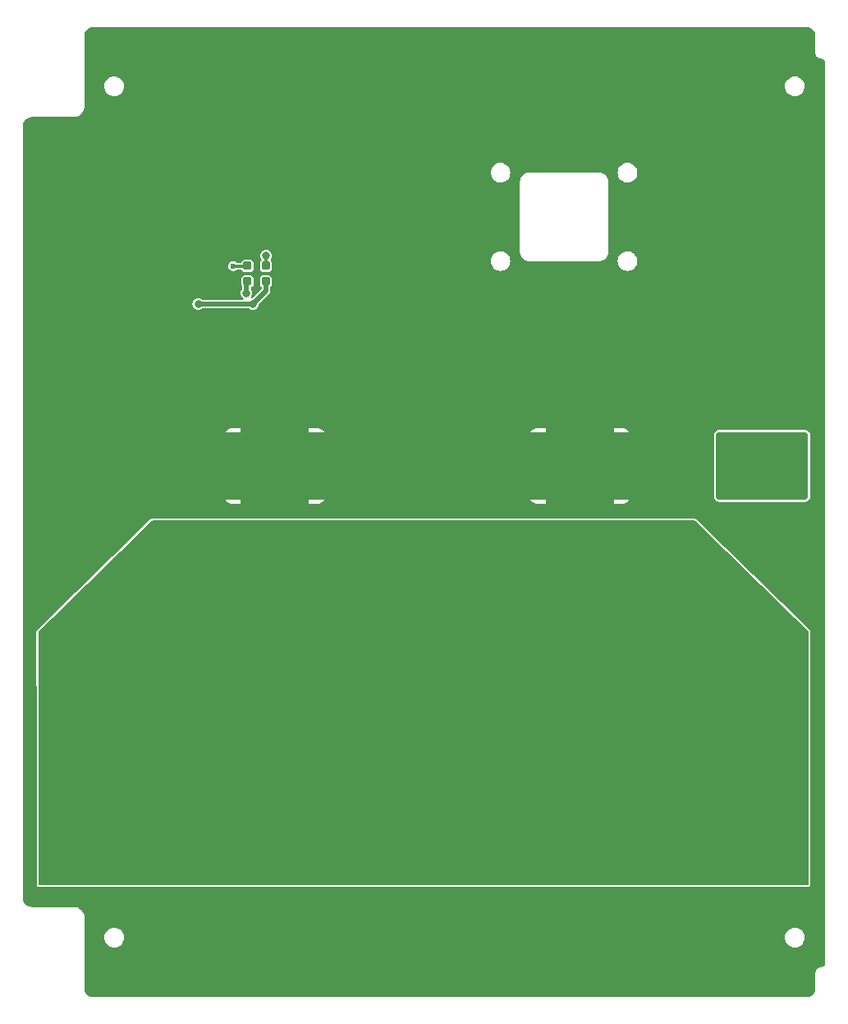
<source format=gtl>
G04 #@! TF.GenerationSoftware,KiCad,Pcbnew,8.0.2*
G04 #@! TF.CreationDate,2024-08-20T08:25:12+02:00*
G04 #@! TF.ProjectId,STS1_SIDEPANEL,53545331-5f53-4494-9445-50414e454c2e,rev?*
G04 #@! TF.SameCoordinates,Original*
G04 #@! TF.FileFunction,Copper,L1,Top*
G04 #@! TF.FilePolarity,Positive*
%FSLAX46Y46*%
G04 Gerber Fmt 4.6, Leading zero omitted, Abs format (unit mm)*
G04 Created by KiCad (PCBNEW 8.0.2) date 2024-08-20 08:25:12*
%MOMM*%
%LPD*%
G01*
G04 APERTURE LIST*
G04 Aperture macros list*
%AMRoundRect*
0 Rectangle with rounded corners*
0 $1 Rounding radius*
0 $2 $3 $4 $5 $6 $7 $8 $9 X,Y pos of 4 corners*
0 Add a 4 corners polygon primitive as box body*
4,1,4,$2,$3,$4,$5,$6,$7,$8,$9,$2,$3,0*
0 Add four circle primitives for the rounded corners*
1,1,$1+$1,$2,$3*
1,1,$1+$1,$4,$5*
1,1,$1+$1,$6,$7*
1,1,$1+$1,$8,$9*
0 Add four rect primitives between the rounded corners*
20,1,$1+$1,$2,$3,$4,$5,0*
20,1,$1+$1,$4,$5,$6,$7,0*
20,1,$1+$1,$6,$7,$8,$9,0*
20,1,$1+$1,$8,$9,$2,$3,0*%
%AMFreePoly0*
4,1,17,27.998779,14.255902,28.009846,14.246565,39.669846,2.866565,39.698571,2.811843,39.696113,2.795000,39.700000,2.795000,39.700000,-2.795000,-39.700000,-2.795000,-39.700000,2.795000,-39.695106,2.795000,-39.695106,2.825902,-39.669846,2.866565,-28.009846,14.246565,-27.954442,14.273952,-27.940000,14.275000,27.940000,14.275000,27.998779,14.255902,27.998779,14.255902,$1*%
G04 Aperture macros list end*
G04 #@! TA.AperFunction,FiducialPad,Local*
%ADD10C,6.000000*%
G04 #@! TD*
G04 #@! TA.AperFunction,SMDPad,CuDef*
%ADD11FreePoly0,0.000000*%
G04 #@! TD*
G04 #@! TA.AperFunction,FiducialPad,Global*
%ADD12C,6.000000*%
G04 #@! TD*
G04 #@! TA.AperFunction,SMDPad,CuDef*
%ADD13R,79.400000X20.475000*%
G04 #@! TD*
G04 #@! TA.AperFunction,FiducialPad,Global*
%ADD14C,5.700000*%
G04 #@! TD*
G04 #@! TA.AperFunction,SMDPad,CuDef*
%ADD15RoundRect,0.350000X-4.400000X-3.150000X4.400000X-3.150000X4.400000X3.150000X-4.400000X3.150000X0*%
G04 #@! TD*
G04 #@! TA.AperFunction,SMDPad,CuDef*
%ADD16RoundRect,0.100000X-0.300000X-0.300000X0.300000X-0.300000X0.300000X0.300000X-0.300000X0.300000X0*%
G04 #@! TD*
G04 #@! TA.AperFunction,ViaPad*
%ADD17C,0.600000*%
G04 #@! TD*
G04 #@! TA.AperFunction,ViaPad*
%ADD18C,0.800000*%
G04 #@! TD*
G04 #@! TA.AperFunction,Conductor*
%ADD19C,0.500000*%
G04 #@! TD*
G04 #@! TA.AperFunction,Conductor*
%ADD20C,0.300000*%
G04 #@! TD*
G04 #@! TA.AperFunction,Conductor*
%ADD21C,1.000000*%
G04 #@! TD*
G04 APERTURE END LIST*
D10*
X101150000Y-110780200D03*
D11*
X125150000Y-105175200D03*
D12*
X125150000Y-110780200D03*
D13*
X125150000Y-118207700D03*
D14*
X152050000Y-110780200D03*
D15*
X109820000Y-85280200D03*
X141280000Y-85280200D03*
X160075000Y-85285200D03*
D16*
X108900000Y-66275000D03*
X108900000Y-64675000D03*
X107000000Y-64675000D03*
X107000000Y-66275000D03*
D17*
X115000000Y-134500000D03*
X165000000Y-59500000D03*
X105467400Y-58827400D03*
D18*
X152900000Y-87425000D03*
D17*
X95000000Y-79000000D03*
X129925000Y-65314300D03*
X125000000Y-53940000D03*
X100000000Y-44500000D03*
X150000000Y-49500000D03*
D18*
X122800000Y-84000000D03*
D17*
X100000000Y-134500000D03*
X160000000Y-59500000D03*
X130000000Y-130000000D03*
D18*
X102925000Y-87425000D03*
D17*
X105000000Y-79000000D03*
X85000000Y-130000000D03*
X140000000Y-134500000D03*
X90000000Y-64735000D03*
X119925000Y-65314300D03*
X105000000Y-44500000D03*
X155000000Y-49500000D03*
X160000000Y-74500000D03*
X160000000Y-44500000D03*
X155000000Y-66265400D03*
D18*
X99925000Y-87425000D03*
D17*
X125000000Y-59020000D03*
X145000000Y-49500000D03*
X150000000Y-44500000D03*
X100000000Y-49500000D03*
X95000000Y-49500000D03*
X135000000Y-44500000D03*
X135000000Y-74158400D03*
D18*
X99925000Y-81425000D03*
X122800000Y-87000000D03*
D17*
X155000000Y-44500000D03*
D18*
X146900000Y-87425000D03*
D17*
X95000000Y-58827400D03*
D18*
X96925000Y-84425000D03*
D17*
X117250000Y-132425000D03*
X160000000Y-66030400D03*
X120000000Y-70313400D03*
X165000000Y-89500000D03*
X125000000Y-49495000D03*
D18*
X146900000Y-84425000D03*
X146900000Y-81425000D03*
D17*
X90000000Y-84500000D03*
D18*
X149900000Y-84425000D03*
D17*
X120000000Y-44500000D03*
X120000000Y-49368000D03*
X95000000Y-84420000D03*
D18*
X122800000Y-81000000D03*
D17*
X125000000Y-130000000D03*
X155000000Y-54500000D03*
D18*
X149900000Y-87425000D03*
D17*
X115225000Y-58827400D03*
X150000000Y-70450000D03*
X95000000Y-134500000D03*
X114925000Y-65314300D03*
X125000000Y-74225000D03*
X130000000Y-44500000D03*
X95000000Y-44500000D03*
X150000000Y-59020000D03*
X155000000Y-62779200D03*
X120000000Y-130000000D03*
X125000000Y-70313400D03*
X120000000Y-74225000D03*
X115000000Y-49520400D03*
D18*
X116800000Y-87000000D03*
D17*
X85000000Y-79000000D03*
D18*
X152900000Y-84425000D03*
D17*
X95000000Y-53584400D03*
X90000000Y-74895000D03*
X165000000Y-70450000D03*
X90000000Y-130000000D03*
X110000000Y-134500000D03*
X110000000Y-44500000D03*
X145000000Y-44500000D03*
D18*
X119800000Y-81000000D03*
D17*
X145000000Y-74158400D03*
X85000000Y-74500000D03*
X130000000Y-74225000D03*
D18*
X119800000Y-84000000D03*
D17*
X90000000Y-69815000D03*
X90000000Y-54500000D03*
X85000000Y-84500000D03*
X85000000Y-99500000D03*
X90000000Y-94500000D03*
D18*
X102925000Y-84425000D03*
D17*
X155000000Y-59020000D03*
X160000000Y-70450000D03*
X155000000Y-79500000D03*
D18*
X96925000Y-87425000D03*
D17*
X124925000Y-65314300D03*
X160000000Y-54500000D03*
X115000000Y-53736800D03*
D18*
X99925000Y-84425000D03*
D17*
X135000000Y-130000000D03*
X165000000Y-94500000D03*
X130000000Y-49500000D03*
X130000000Y-53940000D03*
X150000000Y-54500000D03*
X140000000Y-74158400D03*
X140000000Y-79340000D03*
X165000000Y-79500000D03*
X150000000Y-74260000D03*
X85000000Y-64500000D03*
X100000000Y-79000000D03*
D18*
X149900000Y-81425000D03*
D17*
X140000000Y-49500000D03*
X125000000Y-44500000D03*
X135000000Y-134500000D03*
D18*
X152900000Y-81425000D03*
D17*
X95000000Y-130000000D03*
X160000000Y-79500000D03*
X145000000Y-79500000D03*
X110000000Y-53584400D03*
X135000000Y-49500000D03*
X130000000Y-134500000D03*
X105000000Y-134500000D03*
X85000000Y-89500000D03*
X160000000Y-62544200D03*
X120000000Y-58816800D03*
X165000000Y-54575000D03*
X145000000Y-70246800D03*
X100000000Y-130000000D03*
X164950000Y-130100000D03*
D18*
X116800000Y-84000000D03*
D17*
X115000000Y-74200000D03*
X105467400Y-53584400D03*
D18*
X116800000Y-81000000D03*
D17*
X165000000Y-74500000D03*
X100000000Y-53584400D03*
X105000000Y-49500000D03*
X165000000Y-134500000D03*
X165000000Y-49495000D03*
X165000000Y-66030400D03*
X85000000Y-54500000D03*
X110000000Y-70288400D03*
X100000000Y-58827400D03*
X85000000Y-94500000D03*
D18*
X102925000Y-81425000D03*
D17*
X160000000Y-49500000D03*
X120000000Y-134500000D03*
X155500000Y-134750000D03*
X130000000Y-59020000D03*
X165000000Y-99500000D03*
X120000000Y-53736800D03*
X115000000Y-70288400D03*
X110000000Y-74200000D03*
X85000000Y-59500000D03*
D18*
X96925000Y-81425000D03*
D17*
X115000000Y-44500000D03*
X160000000Y-134500000D03*
X165000000Y-62544200D03*
X125000000Y-134500000D03*
X90000000Y-59655000D03*
X130000000Y-70313400D03*
X140000000Y-70246800D03*
X135000000Y-70246800D03*
X155000000Y-74260000D03*
X90000000Y-89500000D03*
X140000000Y-44500000D03*
X160125000Y-130100000D03*
X85000000Y-69500000D03*
X90000000Y-79000000D03*
X110000000Y-58827400D03*
D18*
X119800000Y-87000000D03*
D17*
X150000000Y-66265400D03*
X110000000Y-49500000D03*
X155000000Y-70450000D03*
X150000000Y-62779200D03*
D18*
X106900000Y-67475000D03*
D17*
X105525000Y-64700000D03*
D18*
X108925000Y-63650000D03*
X101925000Y-68600000D03*
X107550000Y-68600000D03*
D19*
X106900000Y-66375000D02*
X107000000Y-66275000D01*
X106900000Y-67475000D02*
X106900000Y-66375000D01*
D20*
X106975000Y-64700000D02*
X107000000Y-64675000D01*
X105525000Y-64700000D02*
X106975000Y-64700000D01*
X108925000Y-63650000D02*
X108925000Y-64650000D01*
X108925000Y-64650000D02*
X108900000Y-64675000D01*
D21*
X159290000Y-110990000D02*
X151095000Y-110990000D01*
X91795000Y-111085000D02*
X91700000Y-110990000D01*
D19*
X107550000Y-68600000D02*
X101925000Y-68600000D01*
X108900000Y-67250000D02*
X108900000Y-66275000D01*
X107550000Y-68600000D02*
X108900000Y-67250000D01*
G04 #@! TA.AperFunction,Conductor*
G36*
X164604540Y-40040933D02*
G01*
X164718978Y-40051689D01*
X164762784Y-40055806D01*
X164779604Y-40058870D01*
X164854365Y-40079289D01*
X164929132Y-40099711D01*
X164945163Y-40105619D01*
X165085429Y-40171577D01*
X165100213Y-40180160D01*
X165227039Y-40269269D01*
X165240129Y-40280270D01*
X165349729Y-40389870D01*
X165360730Y-40402960D01*
X165449839Y-40529786D01*
X165458423Y-40544572D01*
X165524377Y-40684828D01*
X165530290Y-40700872D01*
X165571129Y-40850395D01*
X165574193Y-40867215D01*
X165589066Y-41025457D01*
X165589500Y-41034721D01*
X165589500Y-42696710D01*
X165589303Y-42702945D01*
X165585303Y-42766314D01*
X165585304Y-42766318D01*
X165609029Y-42898401D01*
X165609030Y-42898404D01*
X165663452Y-43021074D01*
X165663453Y-43021076D01*
X165745454Y-43127307D01*
X165745458Y-43127311D01*
X165850348Y-43211026D01*
X165869975Y-43220117D01*
X165972116Y-43267429D01*
X165972117Y-43267429D01*
X165972121Y-43267431D01*
X166026241Y-43278009D01*
X166036480Y-43280845D01*
X166046642Y-43282005D01*
X166049546Y-43282575D01*
X166054983Y-43282620D01*
X166152080Y-43296087D01*
X166172110Y-43301038D01*
X166269092Y-43336095D01*
X166287678Y-43345106D01*
X166375259Y-43399519D01*
X166391572Y-43412191D01*
X166465953Y-43483596D01*
X166479282Y-43499380D01*
X166537223Y-43584665D01*
X166546986Y-43602871D01*
X166582152Y-43688984D01*
X166589500Y-43726412D01*
X166589500Y-136508236D01*
X166581878Y-136546329D01*
X166546431Y-136631359D01*
X166536610Y-136649386D01*
X166478360Y-136734039D01*
X166465032Y-136749653D01*
X166390576Y-136820471D01*
X166374314Y-136833001D01*
X166286854Y-136886939D01*
X166268357Y-136895846D01*
X166171644Y-136930588D01*
X166151709Y-136935487D01*
X166079099Y-136945508D01*
X166068795Y-136943664D01*
X166056646Y-136946039D01*
X166056604Y-136946041D01*
X166048074Y-136947714D01*
X166048013Y-136947726D01*
X165972123Y-136962559D01*
X165972111Y-136962563D01*
X165850345Y-137018964D01*
X165745454Y-137102679D01*
X165745448Y-137102685D01*
X165663446Y-137208918D01*
X165663445Y-137208920D01*
X165609022Y-137331592D01*
X165609021Y-137331595D01*
X165585296Y-137463678D01*
X165589304Y-137527210D01*
X165589500Y-137533443D01*
X165589500Y-139025278D01*
X165589066Y-139034542D01*
X165574193Y-139192784D01*
X165571129Y-139209604D01*
X165530290Y-139359127D01*
X165524377Y-139375171D01*
X165458423Y-139515427D01*
X165449839Y-139530213D01*
X165360730Y-139657039D01*
X165349729Y-139670129D01*
X165240129Y-139779729D01*
X165227039Y-139790730D01*
X165100213Y-139879839D01*
X165085427Y-139888423D01*
X164945171Y-139954377D01*
X164929127Y-139960290D01*
X164779604Y-140001129D01*
X164762784Y-140004193D01*
X164619854Y-140017626D01*
X164604540Y-140019066D01*
X164595279Y-140019500D01*
X91154721Y-140019500D01*
X91145459Y-140019066D01*
X91128705Y-140017491D01*
X90987215Y-140004193D01*
X90970395Y-140001129D01*
X90820872Y-139960290D01*
X90804830Y-139954377D01*
X90734700Y-139921400D01*
X90664572Y-139888423D01*
X90649786Y-139879839D01*
X90522960Y-139790730D01*
X90509870Y-139779729D01*
X90400270Y-139670129D01*
X90389269Y-139657039D01*
X90300160Y-139530213D01*
X90291576Y-139515427D01*
X90264325Y-139457475D01*
X90225619Y-139375163D01*
X90219711Y-139359132D01*
X90199289Y-139284365D01*
X90178870Y-139209604D01*
X90175806Y-139192783D01*
X90160934Y-139034541D01*
X90160500Y-139025278D01*
X90160500Y-133879996D01*
X92234611Y-133879996D01*
X92234611Y-133880003D01*
X92254119Y-134078087D01*
X92254120Y-134078093D01*
X92305551Y-134247636D01*
X92311903Y-134268573D01*
X92405735Y-134444120D01*
X92405737Y-134444122D01*
X92405738Y-134444124D01*
X92532007Y-134597983D01*
X92532016Y-134597992D01*
X92685875Y-134724261D01*
X92685880Y-134724265D01*
X92861427Y-134818097D01*
X92968202Y-134850487D01*
X93051906Y-134875879D01*
X93051912Y-134875880D01*
X93249997Y-134895389D01*
X93250000Y-134895389D01*
X93250003Y-134895389D01*
X93448087Y-134875880D01*
X93448093Y-134875879D01*
X93638573Y-134818097D01*
X93814120Y-134724265D01*
X93967988Y-134597988D01*
X94094265Y-134444120D01*
X94188097Y-134268573D01*
X94245879Y-134078093D01*
X94246377Y-134073042D01*
X94265389Y-133880003D01*
X94265389Y-133879996D01*
X162434611Y-133879996D01*
X162434611Y-133880003D01*
X162454119Y-134078087D01*
X162454120Y-134078093D01*
X162505551Y-134247636D01*
X162511903Y-134268573D01*
X162605735Y-134444120D01*
X162605737Y-134444122D01*
X162605738Y-134444124D01*
X162732007Y-134597983D01*
X162732016Y-134597992D01*
X162885875Y-134724261D01*
X162885880Y-134724265D01*
X163061427Y-134818097D01*
X163168202Y-134850487D01*
X163251906Y-134875879D01*
X163251912Y-134875880D01*
X163449997Y-134895389D01*
X163450000Y-134895389D01*
X163450003Y-134895389D01*
X163648087Y-134875880D01*
X163648093Y-134875879D01*
X163838573Y-134818097D01*
X164014120Y-134724265D01*
X164167988Y-134597988D01*
X164294265Y-134444120D01*
X164388097Y-134268573D01*
X164445879Y-134078093D01*
X164446377Y-134073042D01*
X164465389Y-133880003D01*
X164465389Y-133879996D01*
X164445880Y-133681912D01*
X164445879Y-133681906D01*
X164430277Y-133630475D01*
X164388097Y-133491427D01*
X164294265Y-133315880D01*
X164294261Y-133315875D01*
X164167992Y-133162016D01*
X164167983Y-133162007D01*
X164014124Y-133035738D01*
X164014122Y-133035737D01*
X164014120Y-133035735D01*
X163938885Y-132995521D01*
X163838581Y-132941907D01*
X163838578Y-132941906D01*
X163838573Y-132941903D01*
X163817636Y-132935551D01*
X163648093Y-132884120D01*
X163648087Y-132884119D01*
X163450003Y-132864611D01*
X163449997Y-132864611D01*
X163251912Y-132884119D01*
X163251906Y-132884120D01*
X163061433Y-132941901D01*
X163061431Y-132941901D01*
X163061427Y-132941903D01*
X163061424Y-132941904D01*
X163061418Y-132941907D01*
X162885885Y-133035732D01*
X162885875Y-133035738D01*
X162732016Y-133162007D01*
X162732007Y-133162016D01*
X162605738Y-133315875D01*
X162605732Y-133315885D01*
X162511907Y-133491418D01*
X162511901Y-133491433D01*
X162454120Y-133681906D01*
X162454119Y-133681912D01*
X162434611Y-133879996D01*
X94265389Y-133879996D01*
X94245880Y-133681912D01*
X94245879Y-133681906D01*
X94230277Y-133630475D01*
X94188097Y-133491427D01*
X94094265Y-133315880D01*
X94094261Y-133315875D01*
X93967992Y-133162016D01*
X93967983Y-133162007D01*
X93814124Y-133035738D01*
X93814122Y-133035737D01*
X93814120Y-133035735D01*
X93738885Y-132995521D01*
X93638581Y-132941907D01*
X93638578Y-132941906D01*
X93638573Y-132941903D01*
X93617636Y-132935551D01*
X93448093Y-132884120D01*
X93448087Y-132884119D01*
X93250003Y-132864611D01*
X93249997Y-132864611D01*
X93051912Y-132884119D01*
X93051906Y-132884120D01*
X92861433Y-132941901D01*
X92861431Y-132941901D01*
X92861427Y-132941903D01*
X92861424Y-132941904D01*
X92861418Y-132941907D01*
X92685885Y-133035732D01*
X92685875Y-133035738D01*
X92532016Y-133162007D01*
X92532007Y-133162016D01*
X92405738Y-133315875D01*
X92405732Y-133315885D01*
X92311907Y-133491418D01*
X92311901Y-133491433D01*
X92254120Y-133681906D01*
X92254119Y-133681912D01*
X92234611Y-133879996D01*
X90160500Y-133879996D01*
X90160500Y-131748922D01*
X90160627Y-131748111D01*
X90160502Y-131730205D01*
X90160500Y-131729512D01*
X90160500Y-131706981D01*
X90160346Y-131706219D01*
X90159931Y-131641697D01*
X90128311Y-131468096D01*
X90067292Y-131302525D01*
X90067291Y-131302524D01*
X90067290Y-131302520D01*
X89978694Y-131149922D01*
X89978691Y-131149918D01*
X89865166Y-131014845D01*
X89865161Y-131014839D01*
X89816812Y-130974203D01*
X89730081Y-130901308D01*
X89730077Y-130901305D01*
X89577479Y-130812709D01*
X89425254Y-130756609D01*
X89411904Y-130751689D01*
X89411902Y-130751688D01*
X89411898Y-130751687D01*
X89238309Y-130720069D01*
X89173776Y-130719653D01*
X89173020Y-130719500D01*
X89154349Y-130719500D01*
X89150488Y-130719500D01*
X89149792Y-130719498D01*
X89132250Y-130719374D01*
X89131432Y-130719500D01*
X84804721Y-130719500D01*
X84795459Y-130719066D01*
X84778705Y-130717491D01*
X84637215Y-130704193D01*
X84620395Y-130701129D01*
X84470872Y-130660290D01*
X84454830Y-130654377D01*
X84384700Y-130621400D01*
X84314572Y-130588423D01*
X84299786Y-130579839D01*
X84172960Y-130490730D01*
X84159870Y-130479729D01*
X84050270Y-130370129D01*
X84039269Y-130357039D01*
X83950160Y-130230213D01*
X83941576Y-130215427D01*
X83914325Y-130157475D01*
X83875619Y-130075163D01*
X83869711Y-130059132D01*
X83849289Y-129984365D01*
X83828870Y-129909604D01*
X83825806Y-129892783D01*
X83810934Y-129734541D01*
X83810500Y-129725278D01*
X83810500Y-102375882D01*
X85244500Y-102375882D01*
X85244500Y-107970201D01*
X85248878Y-108009057D01*
X85249500Y-108020141D01*
X85249500Y-128464946D01*
X85249501Y-128464958D01*
X85261132Y-128523427D01*
X85261133Y-128523431D01*
X85305448Y-128589752D01*
X85371769Y-128634067D01*
X85416231Y-128642911D01*
X85430241Y-128645698D01*
X85430246Y-128645698D01*
X85430252Y-128645700D01*
X85430253Y-128645700D01*
X164869747Y-128645700D01*
X164869748Y-128645700D01*
X164928231Y-128634067D01*
X164994552Y-128589752D01*
X165038867Y-128523431D01*
X165050500Y-128464948D01*
X165050500Y-108003261D01*
X165052982Y-107981230D01*
X165055500Y-107970200D01*
X165055500Y-102408601D01*
X165056538Y-102394301D01*
X165056846Y-102392193D01*
X165058877Y-102355406D01*
X165035454Y-102267000D01*
X165005292Y-102209542D01*
X165005290Y-102209539D01*
X164966880Y-102158001D01*
X164966876Y-102157996D01*
X164966872Y-102157991D01*
X153306872Y-90777991D01*
X153295849Y-90767987D01*
X153295835Y-90767974D01*
X153284232Y-90758186D01*
X153284226Y-90758182D01*
X153215220Y-90719811D01*
X153153498Y-90699756D01*
X153090003Y-90689700D01*
X153090000Y-90689700D01*
X97210000Y-90689700D01*
X97198839Y-90690105D01*
X97195118Y-90690240D01*
X97179953Y-90691341D01*
X97179952Y-90691341D01*
X97103772Y-90712079D01*
X97045604Y-90740832D01*
X97045597Y-90740836D01*
X97021102Y-90758182D01*
X97007256Y-90767987D01*
X96993127Y-90777992D01*
X85333122Y-102157996D01*
X85333122Y-102157997D01*
X85302113Y-102196602D01*
X85302100Y-102196621D01*
X85275578Y-102239314D01*
X85275575Y-102239320D01*
X85264990Y-102258588D01*
X85244639Y-102347754D01*
X85244639Y-102373406D01*
X85244500Y-102375882D01*
X83810500Y-102375882D01*
X83810500Y-88780200D01*
X104754688Y-88780200D01*
X104827680Y-88898540D01*
X104951659Y-89022519D01*
X105100875Y-89114556D01*
X105267306Y-89169706D01*
X105370012Y-89180199D01*
X106319998Y-89180199D01*
X106320000Y-89180198D01*
X106320000Y-88780201D01*
X113320000Y-88780201D01*
X113320000Y-89180198D01*
X113320001Y-89180199D01*
X114269986Y-89180199D01*
X114372687Y-89169707D01*
X114372699Y-89169704D01*
X114539124Y-89114556D01*
X114688340Y-89022519D01*
X114812319Y-88898540D01*
X114885312Y-88780200D01*
X136214688Y-88780200D01*
X136287680Y-88898540D01*
X136411659Y-89022519D01*
X136560875Y-89114556D01*
X136727306Y-89169706D01*
X136830012Y-89180199D01*
X137779998Y-89180199D01*
X137780000Y-89180198D01*
X137780000Y-88780201D01*
X144780000Y-88780201D01*
X144780000Y-89180198D01*
X144780001Y-89180199D01*
X145729986Y-89180199D01*
X145832687Y-89169707D01*
X145832699Y-89169704D01*
X145999124Y-89114556D01*
X146148340Y-89022519D01*
X146272319Y-88898540D01*
X146345312Y-88780200D01*
X144780001Y-88780200D01*
X144780000Y-88780201D01*
X137780000Y-88780201D01*
X137779999Y-88780200D01*
X136214688Y-88780200D01*
X114885312Y-88780200D01*
X113320001Y-88780200D01*
X113320000Y-88780201D01*
X106320000Y-88780201D01*
X106319999Y-88780200D01*
X104754688Y-88780200D01*
X83810500Y-88780200D01*
X83810500Y-82092093D01*
X155124500Y-82092093D01*
X155124500Y-88478306D01*
X155135123Y-88566765D01*
X155190637Y-88707539D01*
X155190638Y-88707541D01*
X155190639Y-88707542D01*
X155282078Y-88828122D01*
X155402658Y-88919561D01*
X155402659Y-88919561D01*
X155402660Y-88919562D01*
X155473047Y-88947319D01*
X155543436Y-88975077D01*
X155631898Y-88985700D01*
X155631900Y-88985700D01*
X164518100Y-88985700D01*
X164518102Y-88985700D01*
X164606564Y-88975077D01*
X164747342Y-88919561D01*
X164867922Y-88828122D01*
X164959361Y-88707542D01*
X165014877Y-88566764D01*
X165025500Y-88478302D01*
X165025500Y-82092098D01*
X165014877Y-82003636D01*
X164959361Y-81862858D01*
X164867922Y-81742278D01*
X164747342Y-81650839D01*
X164747341Y-81650838D01*
X164747339Y-81650837D01*
X164606565Y-81595323D01*
X164518106Y-81584700D01*
X164518102Y-81584700D01*
X155631898Y-81584700D01*
X155631893Y-81584700D01*
X155543434Y-81595323D01*
X155402660Y-81650837D01*
X155402656Y-81650840D01*
X155282081Y-81742275D01*
X155282075Y-81742281D01*
X155190640Y-81862856D01*
X155190637Y-81862860D01*
X155135123Y-82003634D01*
X155124500Y-82092093D01*
X83810500Y-82092093D01*
X83810500Y-81780200D01*
X104754688Y-81780200D01*
X106319999Y-81780200D01*
X106320000Y-81780199D01*
X106320000Y-81380201D01*
X113320000Y-81380201D01*
X113320000Y-81780199D01*
X113320001Y-81780200D01*
X114885312Y-81780200D01*
X136214688Y-81780200D01*
X137779999Y-81780200D01*
X137780000Y-81780199D01*
X137780000Y-81380201D01*
X144780000Y-81380201D01*
X144780000Y-81780199D01*
X144780001Y-81780200D01*
X146345312Y-81780200D01*
X146272319Y-81661859D01*
X146148340Y-81537880D01*
X145999124Y-81445843D01*
X145832693Y-81390693D01*
X145729987Y-81380200D01*
X144780001Y-81380200D01*
X144780000Y-81380201D01*
X137780000Y-81380201D01*
X137779999Y-81380200D01*
X136830013Y-81380200D01*
X136727312Y-81390692D01*
X136727300Y-81390695D01*
X136560875Y-81445843D01*
X136411659Y-81537880D01*
X136287680Y-81661859D01*
X136214688Y-81780200D01*
X114885312Y-81780200D01*
X114812319Y-81661859D01*
X114688340Y-81537880D01*
X114539124Y-81445843D01*
X114372693Y-81390693D01*
X114269987Y-81380200D01*
X113320001Y-81380200D01*
X113320000Y-81380201D01*
X106320000Y-81380201D01*
X106319999Y-81380200D01*
X105370013Y-81380200D01*
X105267312Y-81390692D01*
X105267300Y-81390695D01*
X105100875Y-81445843D01*
X104951659Y-81537880D01*
X104827680Y-81661859D01*
X104754688Y-81780200D01*
X83810500Y-81780200D01*
X83810500Y-68599999D01*
X101319318Y-68599999D01*
X101319318Y-68600000D01*
X101339955Y-68756758D01*
X101339957Y-68756766D01*
X101400462Y-68902838D01*
X101400462Y-68902839D01*
X101400464Y-68902841D01*
X101496718Y-69028282D01*
X101622159Y-69124536D01*
X101768238Y-69185044D01*
X101885809Y-69200522D01*
X101924999Y-69205682D01*
X101925000Y-69205682D01*
X101925001Y-69205682D01*
X101956352Y-69201554D01*
X102081762Y-69185044D01*
X102227841Y-69124536D01*
X102297665Y-69070957D01*
X102355341Y-69050534D01*
X102357932Y-69050500D01*
X107117068Y-69050500D01*
X107175259Y-69069407D01*
X107177315Y-69070943D01*
X107247159Y-69124536D01*
X107393238Y-69185044D01*
X107510809Y-69200522D01*
X107549999Y-69205682D01*
X107550000Y-69205682D01*
X107550001Y-69205682D01*
X107581352Y-69201554D01*
X107706762Y-69185044D01*
X107852841Y-69124536D01*
X107978282Y-69028282D01*
X108074536Y-68902841D01*
X108135044Y-68756762D01*
X108146531Y-68669502D01*
X108172871Y-68614278D01*
X108174641Y-68612460D01*
X109260489Y-67526614D01*
X109290289Y-67474999D01*
X109319767Y-67423942D01*
X109319776Y-67423924D01*
X109319798Y-67423887D01*
X109319799Y-67423886D01*
X109350500Y-67309309D01*
X109350500Y-66890478D01*
X109369407Y-66832287D01*
X109379490Y-66820480D01*
X109452206Y-66747765D01*
X109497585Y-66644991D01*
X109500500Y-66619865D01*
X109500499Y-65930136D01*
X109497585Y-65905009D01*
X109452206Y-65802235D01*
X109372765Y-65722794D01*
X109269991Y-65677415D01*
X109269990Y-65677414D01*
X109269988Y-65677414D01*
X109244868Y-65674500D01*
X108555139Y-65674500D01*
X108555136Y-65674501D01*
X108530009Y-65677414D01*
X108427235Y-65722794D01*
X108347794Y-65802235D01*
X108302414Y-65905011D01*
X108299500Y-65930130D01*
X108299500Y-66619860D01*
X108299501Y-66619863D01*
X108302414Y-66644990D01*
X108327756Y-66702385D01*
X108347794Y-66747765D01*
X108420505Y-66820476D01*
X108448281Y-66874991D01*
X108449500Y-66890478D01*
X108449500Y-67022388D01*
X108430593Y-67080579D01*
X108420504Y-67092392D01*
X107537577Y-67975318D01*
X107483060Y-68003095D01*
X107480497Y-68003467D01*
X107462627Y-68005820D01*
X107402466Y-67994671D01*
X107360348Y-67950289D01*
X107352360Y-67889628D01*
X107371159Y-67847403D01*
X107424536Y-67777841D01*
X107485044Y-67631762D01*
X107505682Y-67475000D01*
X107485044Y-67318238D01*
X107485042Y-67318233D01*
X107424537Y-67172161D01*
X107424537Y-67172160D01*
X107370958Y-67102334D01*
X107350534Y-67044658D01*
X107350500Y-67042067D01*
X107350500Y-66945699D01*
X107369407Y-66887508D01*
X107409509Y-66855135D01*
X107472765Y-66827206D01*
X107552206Y-66747765D01*
X107597585Y-66644991D01*
X107600500Y-66619865D01*
X107600499Y-65930136D01*
X107597585Y-65905009D01*
X107552206Y-65802235D01*
X107472765Y-65722794D01*
X107369991Y-65677415D01*
X107369990Y-65677414D01*
X107369988Y-65677414D01*
X107344868Y-65674500D01*
X106655139Y-65674500D01*
X106655136Y-65674501D01*
X106630009Y-65677414D01*
X106527235Y-65722794D01*
X106447794Y-65802235D01*
X106402414Y-65905011D01*
X106399500Y-65930130D01*
X106399500Y-66619860D01*
X106399501Y-66619863D01*
X106402414Y-66644990D01*
X106422134Y-66689652D01*
X106441065Y-66732526D01*
X106449500Y-66772512D01*
X106449500Y-67042067D01*
X106430593Y-67100258D01*
X106429042Y-67102334D01*
X106375462Y-67172160D01*
X106375462Y-67172161D01*
X106314957Y-67318233D01*
X106314955Y-67318241D01*
X106294318Y-67474999D01*
X106294318Y-67475000D01*
X106314955Y-67631758D01*
X106314957Y-67631766D01*
X106375462Y-67777838D01*
X106375462Y-67777839D01*
X106461241Y-67889628D01*
X106471718Y-67903282D01*
X106471722Y-67903285D01*
X106561219Y-67971958D01*
X106595875Y-68022382D01*
X106594274Y-68083546D01*
X106557027Y-68132088D01*
X106500952Y-68149500D01*
X102357932Y-68149500D01*
X102299741Y-68130593D01*
X102297684Y-68129056D01*
X102227841Y-68075464D01*
X102227840Y-68075463D01*
X102227838Y-68075462D01*
X102081766Y-68014957D01*
X102081758Y-68014955D01*
X101925001Y-67994318D01*
X101924999Y-67994318D01*
X101768241Y-68014955D01*
X101768233Y-68014957D01*
X101622161Y-68075462D01*
X101622160Y-68075462D01*
X101496723Y-68171713D01*
X101496713Y-68171723D01*
X101400462Y-68297160D01*
X101400462Y-68297161D01*
X101339957Y-68443233D01*
X101339955Y-68443241D01*
X101319318Y-68599999D01*
X83810500Y-68599999D01*
X83810500Y-64699997D01*
X105019353Y-64699997D01*
X105019353Y-64700002D01*
X105039834Y-64842456D01*
X105056835Y-64879682D01*
X105099623Y-64973373D01*
X105168682Y-65053072D01*
X105193873Y-65082144D01*
X105314942Y-65159950D01*
X105314947Y-65159953D01*
X105421403Y-65191211D01*
X105453035Y-65200499D01*
X105453036Y-65200499D01*
X105453039Y-65200500D01*
X105453041Y-65200500D01*
X105596959Y-65200500D01*
X105596961Y-65200500D01*
X105735053Y-65159953D01*
X105856128Y-65082143D01*
X105861480Y-65077506D01*
X105862968Y-65079223D01*
X105906341Y-65053072D01*
X105928759Y-65050500D01*
X106340339Y-65050500D01*
X106398530Y-65069407D01*
X106430903Y-65109511D01*
X106447794Y-65147765D01*
X106527235Y-65227206D01*
X106630009Y-65272585D01*
X106655135Y-65275500D01*
X107344864Y-65275499D01*
X107369991Y-65272585D01*
X107472765Y-65227206D01*
X107552206Y-65147765D01*
X107597585Y-65044991D01*
X107600500Y-65019865D01*
X107600499Y-64330136D01*
X107600498Y-64330130D01*
X108299500Y-64330130D01*
X108299500Y-65019860D01*
X108299501Y-65019863D01*
X108302414Y-65044990D01*
X108327756Y-65102385D01*
X108347794Y-65147765D01*
X108427235Y-65227206D01*
X108530009Y-65272585D01*
X108555135Y-65275500D01*
X109244864Y-65275499D01*
X109269991Y-65272585D01*
X109372765Y-65227206D01*
X109452206Y-65147765D01*
X109497585Y-65044991D01*
X109500500Y-65019865D01*
X109500499Y-64330136D01*
X109497585Y-64305009D01*
X109452206Y-64202235D01*
X109429967Y-64179996D01*
X132084611Y-64179996D01*
X132084611Y-64180003D01*
X132104119Y-64378087D01*
X132104120Y-64378093D01*
X132155551Y-64547636D01*
X132161903Y-64568573D01*
X132255735Y-64744120D01*
X132255737Y-64744122D01*
X132255738Y-64744124D01*
X132382007Y-64897983D01*
X132382016Y-64897992D01*
X132530523Y-65019869D01*
X132535880Y-65024265D01*
X132711427Y-65118097D01*
X132850475Y-65160277D01*
X132901906Y-65175879D01*
X132901912Y-65175880D01*
X133099997Y-65195389D01*
X133100000Y-65195389D01*
X133100003Y-65195389D01*
X133298087Y-65175880D01*
X133298093Y-65175879D01*
X133488573Y-65118097D01*
X133664120Y-65024265D01*
X133817988Y-64897988D01*
X133944265Y-64744120D01*
X134038097Y-64568573D01*
X134095879Y-64378093D01*
X134096377Y-64373042D01*
X134115389Y-64180003D01*
X134115389Y-64179996D01*
X134095880Y-63981912D01*
X134095879Y-63981906D01*
X134071072Y-63900129D01*
X134038097Y-63791427D01*
X133944265Y-63615880D01*
X133865436Y-63519827D01*
X133817992Y-63462016D01*
X133817983Y-63462007D01*
X133664124Y-63335738D01*
X133664122Y-63335737D01*
X133664120Y-63335735D01*
X133538441Y-63268558D01*
X133488581Y-63241907D01*
X133488578Y-63241906D01*
X133488573Y-63241903D01*
X133467636Y-63235551D01*
X133298093Y-63184120D01*
X133298087Y-63184119D01*
X133100003Y-63164611D01*
X133099997Y-63164611D01*
X132901912Y-63184119D01*
X132901906Y-63184120D01*
X132711433Y-63241901D01*
X132711431Y-63241901D01*
X132711427Y-63241903D01*
X132711424Y-63241904D01*
X132711418Y-63241907D01*
X132535885Y-63335732D01*
X132535875Y-63335738D01*
X132382016Y-63462007D01*
X132382007Y-63462016D01*
X132255738Y-63615875D01*
X132255732Y-63615885D01*
X132161907Y-63791418D01*
X132161901Y-63791433D01*
X132104120Y-63981906D01*
X132104119Y-63981912D01*
X132084611Y-64179996D01*
X109429967Y-64179996D01*
X109403804Y-64153833D01*
X109376029Y-64099319D01*
X109385600Y-64038887D01*
X109395268Y-64023565D01*
X109427234Y-63981906D01*
X109449536Y-63952841D01*
X109510044Y-63806762D01*
X109530682Y-63650000D01*
X109510044Y-63493238D01*
X109489398Y-63443394D01*
X109449537Y-63347161D01*
X109449537Y-63347160D01*
X109353286Y-63221723D01*
X109353285Y-63221722D01*
X109353282Y-63221718D01*
X109353277Y-63221714D01*
X109353276Y-63221713D01*
X109282104Y-63167101D01*
X109227841Y-63125464D01*
X109227840Y-63125463D01*
X109227838Y-63125462D01*
X109081766Y-63064957D01*
X109081758Y-63064955D01*
X108925001Y-63044318D01*
X108924999Y-63044318D01*
X108768241Y-63064955D01*
X108768233Y-63064957D01*
X108622161Y-63125462D01*
X108622160Y-63125462D01*
X108496723Y-63221713D01*
X108496713Y-63221723D01*
X108400462Y-63347160D01*
X108400462Y-63347161D01*
X108339957Y-63493233D01*
X108339955Y-63493241D01*
X108319318Y-63649999D01*
X108319318Y-63650000D01*
X108339955Y-63806758D01*
X108339957Y-63806766D01*
X108400462Y-63952838D01*
X108400462Y-63952839D01*
X108433023Y-63995273D01*
X108453447Y-64052949D01*
X108436069Y-64111615D01*
X108424485Y-64125543D01*
X108347795Y-64202233D01*
X108302414Y-64305011D01*
X108299500Y-64330130D01*
X107600498Y-64330130D01*
X107597585Y-64305009D01*
X107552206Y-64202235D01*
X107472765Y-64122794D01*
X107369991Y-64077415D01*
X107369990Y-64077414D01*
X107369988Y-64077414D01*
X107344868Y-64074500D01*
X106655139Y-64074500D01*
X106655136Y-64074501D01*
X106630009Y-64077414D01*
X106552553Y-64111615D01*
X106527235Y-64122794D01*
X106447794Y-64202235D01*
X106431099Y-64240047D01*
X106408827Y-64290488D01*
X106368026Y-64336084D01*
X106318262Y-64349500D01*
X105928759Y-64349500D01*
X105870568Y-64330593D01*
X105861596Y-64322359D01*
X105861480Y-64322494D01*
X105856128Y-64317856D01*
X105735057Y-64240049D01*
X105735054Y-64240047D01*
X105735053Y-64240047D01*
X105735050Y-64240046D01*
X105596964Y-64199500D01*
X105596961Y-64199500D01*
X105453039Y-64199500D01*
X105453035Y-64199500D01*
X105314949Y-64240046D01*
X105314942Y-64240049D01*
X105193873Y-64317855D01*
X105099622Y-64426628D01*
X105039834Y-64557543D01*
X105019353Y-64699997D01*
X83810500Y-64699997D01*
X83810500Y-55079996D01*
X132084611Y-55079996D01*
X132084611Y-55080003D01*
X132104119Y-55278087D01*
X132104120Y-55278093D01*
X132153616Y-55441256D01*
X132161903Y-55468573D01*
X132255735Y-55644120D01*
X132255737Y-55644122D01*
X132255738Y-55644124D01*
X132382007Y-55797983D01*
X132382016Y-55797992D01*
X132515452Y-55907500D01*
X132535880Y-55924265D01*
X132711427Y-56018097D01*
X132818202Y-56050487D01*
X132901906Y-56075879D01*
X132901912Y-56075880D01*
X133099997Y-56095389D01*
X133100000Y-56095389D01*
X133100003Y-56095389D01*
X133298087Y-56075880D01*
X133298093Y-56075879D01*
X133488573Y-56018097D01*
X133538420Y-55991453D01*
X135088720Y-55991453D01*
X135089496Y-56079535D01*
X135089500Y-56080407D01*
X135089500Y-63179591D01*
X135089496Y-63180463D01*
X135088720Y-63268546D01*
X135088721Y-63268558D01*
X135118163Y-63443388D01*
X135118165Y-63443396D01*
X135145509Y-63519827D01*
X135177891Y-63610341D01*
X135200613Y-63649999D01*
X135266041Y-63764192D01*
X135379851Y-63900129D01*
X135379870Y-63900148D01*
X135515807Y-64013958D01*
X135515810Y-64013960D01*
X135515813Y-64013962D01*
X135669659Y-64102109D01*
X135836606Y-64161835D01*
X135836609Y-64161835D01*
X135836611Y-64161836D01*
X135944471Y-64180000D01*
X136011453Y-64191280D01*
X136099536Y-64190504D01*
X136100408Y-64190500D01*
X143199592Y-64190500D01*
X143200464Y-64190504D01*
X143288547Y-64191280D01*
X143355552Y-64179996D01*
X145184611Y-64179996D01*
X145184611Y-64180003D01*
X145204119Y-64378087D01*
X145204120Y-64378093D01*
X145255551Y-64547636D01*
X145261903Y-64568573D01*
X145355735Y-64744120D01*
X145355737Y-64744122D01*
X145355738Y-64744124D01*
X145482007Y-64897983D01*
X145482016Y-64897992D01*
X145630523Y-65019869D01*
X145635880Y-65024265D01*
X145811427Y-65118097D01*
X145950475Y-65160277D01*
X146001906Y-65175879D01*
X146001912Y-65175880D01*
X146199997Y-65195389D01*
X146200000Y-65195389D01*
X146200003Y-65195389D01*
X146398087Y-65175880D01*
X146398093Y-65175879D01*
X146588573Y-65118097D01*
X146764120Y-65024265D01*
X146917988Y-64897988D01*
X147044265Y-64744120D01*
X147138097Y-64568573D01*
X147195879Y-64378093D01*
X147196377Y-64373042D01*
X147215389Y-64180003D01*
X147215389Y-64179996D01*
X147195880Y-63981912D01*
X147195879Y-63981906D01*
X147171072Y-63900129D01*
X147138097Y-63791427D01*
X147044265Y-63615880D01*
X146965436Y-63519827D01*
X146917992Y-63462016D01*
X146917983Y-63462007D01*
X146764124Y-63335738D01*
X146764122Y-63335737D01*
X146764120Y-63335735D01*
X146638441Y-63268558D01*
X146588581Y-63241907D01*
X146588578Y-63241906D01*
X146588573Y-63241903D01*
X146567636Y-63235551D01*
X146398093Y-63184120D01*
X146398087Y-63184119D01*
X146200003Y-63164611D01*
X146199997Y-63164611D01*
X146001912Y-63184119D01*
X146001906Y-63184120D01*
X145811433Y-63241901D01*
X145811431Y-63241901D01*
X145811427Y-63241903D01*
X145811424Y-63241904D01*
X145811418Y-63241907D01*
X145635885Y-63335732D01*
X145635875Y-63335738D01*
X145482016Y-63462007D01*
X145482007Y-63462016D01*
X145355738Y-63615875D01*
X145355732Y-63615885D01*
X145261907Y-63791418D01*
X145261901Y-63791433D01*
X145204120Y-63981906D01*
X145204119Y-63981912D01*
X145184611Y-64179996D01*
X143355552Y-64179996D01*
X143463394Y-64161835D01*
X143630341Y-64102109D01*
X143784187Y-64013962D01*
X143784192Y-64013958D01*
X143920129Y-63900148D01*
X143920132Y-63900144D01*
X143920139Y-63900139D01*
X143920144Y-63900132D01*
X143920148Y-63900129D01*
X144033958Y-63764192D01*
X144033958Y-63764191D01*
X144033962Y-63764187D01*
X144122109Y-63610341D01*
X144181835Y-63443394D01*
X144211280Y-63268547D01*
X144210504Y-63180463D01*
X144210500Y-63179591D01*
X144210500Y-56080407D01*
X144210504Y-56079535D01*
X144211045Y-56018092D01*
X144211280Y-55991453D01*
X144181835Y-55816606D01*
X144122109Y-55649659D01*
X144033962Y-55495813D01*
X144033960Y-55495810D01*
X144033958Y-55495807D01*
X143920148Y-55359870D01*
X143920129Y-55359851D01*
X143784192Y-55246041D01*
X143630339Y-55157890D01*
X143463396Y-55098165D01*
X143463388Y-55098163D01*
X143355510Y-55079996D01*
X145184611Y-55079996D01*
X145184611Y-55080003D01*
X145204119Y-55278087D01*
X145204120Y-55278093D01*
X145253616Y-55441256D01*
X145261903Y-55468573D01*
X145355735Y-55644120D01*
X145355737Y-55644122D01*
X145355738Y-55644124D01*
X145482007Y-55797983D01*
X145482016Y-55797992D01*
X145615452Y-55907500D01*
X145635880Y-55924265D01*
X145811427Y-56018097D01*
X145918202Y-56050487D01*
X146001906Y-56075879D01*
X146001912Y-56075880D01*
X146199997Y-56095389D01*
X146200000Y-56095389D01*
X146200003Y-56095389D01*
X146398087Y-56075880D01*
X146398093Y-56075879D01*
X146588573Y-56018097D01*
X146764120Y-55924265D01*
X146917988Y-55797988D01*
X147044265Y-55644120D01*
X147138097Y-55468573D01*
X147195879Y-55278093D01*
X147196377Y-55273042D01*
X147215389Y-55080003D01*
X147215389Y-55079996D01*
X147195880Y-54881912D01*
X147195879Y-54881906D01*
X147180277Y-54830475D01*
X147138097Y-54691427D01*
X147044265Y-54515880D01*
X147044261Y-54515875D01*
X146917992Y-54362016D01*
X146917983Y-54362007D01*
X146764124Y-54235738D01*
X146764122Y-54235737D01*
X146764120Y-54235735D01*
X146688885Y-54195521D01*
X146588581Y-54141907D01*
X146588578Y-54141906D01*
X146588573Y-54141903D01*
X146567636Y-54135551D01*
X146398093Y-54084120D01*
X146398087Y-54084119D01*
X146200003Y-54064611D01*
X146199997Y-54064611D01*
X146001912Y-54084119D01*
X146001906Y-54084120D01*
X145811433Y-54141901D01*
X145811431Y-54141901D01*
X145811427Y-54141903D01*
X145811424Y-54141904D01*
X145811418Y-54141907D01*
X145635885Y-54235732D01*
X145635875Y-54235738D01*
X145482016Y-54362007D01*
X145482007Y-54362016D01*
X145355738Y-54515875D01*
X145355732Y-54515885D01*
X145261907Y-54691418D01*
X145261901Y-54691433D01*
X145204120Y-54881906D01*
X145204119Y-54881912D01*
X145184611Y-55079996D01*
X143355510Y-55079996D01*
X143288558Y-55068721D01*
X143288547Y-55068720D01*
X143288546Y-55068720D01*
X143200464Y-55069496D01*
X143199592Y-55069500D01*
X136100408Y-55069500D01*
X136099536Y-55069496D01*
X136011453Y-55068720D01*
X136011441Y-55068721D01*
X135836611Y-55098163D01*
X135836603Y-55098165D01*
X135669660Y-55157890D01*
X135515807Y-55246041D01*
X135379870Y-55359851D01*
X135379851Y-55359870D01*
X135266041Y-55495807D01*
X135177890Y-55649660D01*
X135118165Y-55816603D01*
X135118163Y-55816611D01*
X135088721Y-55991441D01*
X135088720Y-55991453D01*
X133538420Y-55991453D01*
X133664120Y-55924265D01*
X133817988Y-55797988D01*
X133944265Y-55644120D01*
X134038097Y-55468573D01*
X134095879Y-55278093D01*
X134096377Y-55273042D01*
X134115389Y-55080003D01*
X134115389Y-55079996D01*
X134095880Y-54881912D01*
X134095879Y-54881906D01*
X134080277Y-54830475D01*
X134038097Y-54691427D01*
X133944265Y-54515880D01*
X133944261Y-54515875D01*
X133817992Y-54362016D01*
X133817983Y-54362007D01*
X133664124Y-54235738D01*
X133664122Y-54235737D01*
X133664120Y-54235735D01*
X133588885Y-54195521D01*
X133488581Y-54141907D01*
X133488578Y-54141906D01*
X133488573Y-54141903D01*
X133467636Y-54135551D01*
X133298093Y-54084120D01*
X133298087Y-54084119D01*
X133100003Y-54064611D01*
X133099997Y-54064611D01*
X132901912Y-54084119D01*
X132901906Y-54084120D01*
X132711433Y-54141901D01*
X132711431Y-54141901D01*
X132711427Y-54141903D01*
X132711424Y-54141904D01*
X132711418Y-54141907D01*
X132535885Y-54235732D01*
X132535875Y-54235738D01*
X132382016Y-54362007D01*
X132382007Y-54362016D01*
X132255738Y-54515875D01*
X132255732Y-54515885D01*
X132161907Y-54691418D01*
X132161901Y-54691433D01*
X132104120Y-54881906D01*
X132104119Y-54881912D01*
X132084611Y-55079996D01*
X83810500Y-55079996D01*
X83810500Y-50334721D01*
X83810934Y-50325458D01*
X83825806Y-50167216D01*
X83828870Y-50150395D01*
X83838756Y-50114197D01*
X83869712Y-50000863D01*
X83875617Y-49984840D01*
X83941579Y-49844565D01*
X83950160Y-49829786D01*
X84039269Y-49702960D01*
X84050264Y-49689876D01*
X84159876Y-49580264D01*
X84172960Y-49569269D01*
X84299786Y-49480160D01*
X84314565Y-49471579D01*
X84454840Y-49405617D01*
X84470863Y-49399712D01*
X84584197Y-49368756D01*
X84620395Y-49358870D01*
X84637216Y-49355806D01*
X84795458Y-49340934D01*
X84804721Y-49340500D01*
X89131432Y-49340500D01*
X89132250Y-49340625D01*
X89146664Y-49340523D01*
X89146665Y-49340524D01*
X89149792Y-49340502D01*
X89150488Y-49340500D01*
X89173472Y-49340500D01*
X89174228Y-49340343D01*
X89238303Y-49339931D01*
X89411904Y-49308311D01*
X89577475Y-49247292D01*
X89577477Y-49247290D01*
X89577479Y-49247290D01*
X89685164Y-49184770D01*
X89730078Y-49158694D01*
X89865161Y-49045161D01*
X89978694Y-48910078D01*
X90067292Y-48757475D01*
X90128311Y-48591904D01*
X90159931Y-48418303D01*
X90160343Y-48354228D01*
X90160500Y-48353471D01*
X90160500Y-48330488D01*
X90160502Y-48329792D01*
X90160625Y-48312250D01*
X90160500Y-48311432D01*
X90160500Y-46179996D01*
X92234611Y-46179996D01*
X92234611Y-46180003D01*
X92254119Y-46378087D01*
X92254120Y-46378093D01*
X92305551Y-46547636D01*
X92311903Y-46568573D01*
X92405735Y-46744120D01*
X92405737Y-46744122D01*
X92405738Y-46744124D01*
X92532007Y-46897983D01*
X92532016Y-46897992D01*
X92685875Y-47024261D01*
X92685880Y-47024265D01*
X92861427Y-47118097D01*
X92968202Y-47150487D01*
X93051906Y-47175879D01*
X93051912Y-47175880D01*
X93249997Y-47195389D01*
X93250000Y-47195389D01*
X93250003Y-47195389D01*
X93448087Y-47175880D01*
X93448093Y-47175879D01*
X93638573Y-47118097D01*
X93814120Y-47024265D01*
X93967988Y-46897988D01*
X94094265Y-46744120D01*
X94188097Y-46568573D01*
X94245879Y-46378093D01*
X94246377Y-46373042D01*
X94265389Y-46180003D01*
X94265389Y-46179996D01*
X162434611Y-46179996D01*
X162434611Y-46180003D01*
X162454119Y-46378087D01*
X162454120Y-46378093D01*
X162505551Y-46547636D01*
X162511903Y-46568573D01*
X162605735Y-46744120D01*
X162605737Y-46744122D01*
X162605738Y-46744124D01*
X162732007Y-46897983D01*
X162732016Y-46897992D01*
X162885875Y-47024261D01*
X162885880Y-47024265D01*
X163061427Y-47118097D01*
X163168202Y-47150487D01*
X163251906Y-47175879D01*
X163251912Y-47175880D01*
X163449997Y-47195389D01*
X163450000Y-47195389D01*
X163450003Y-47195389D01*
X163648087Y-47175880D01*
X163648093Y-47175879D01*
X163838573Y-47118097D01*
X164014120Y-47024265D01*
X164167988Y-46897988D01*
X164294265Y-46744120D01*
X164388097Y-46568573D01*
X164445879Y-46378093D01*
X164446377Y-46373042D01*
X164465389Y-46180003D01*
X164465389Y-46179996D01*
X164445880Y-45981912D01*
X164445879Y-45981906D01*
X164430277Y-45930475D01*
X164388097Y-45791427D01*
X164294265Y-45615880D01*
X164294261Y-45615875D01*
X164167992Y-45462016D01*
X164167983Y-45462007D01*
X164014124Y-45335738D01*
X164014122Y-45335737D01*
X164014120Y-45335735D01*
X163938885Y-45295521D01*
X163838581Y-45241907D01*
X163838578Y-45241906D01*
X163838573Y-45241903D01*
X163817636Y-45235551D01*
X163648093Y-45184120D01*
X163648087Y-45184119D01*
X163450003Y-45164611D01*
X163449997Y-45164611D01*
X163251912Y-45184119D01*
X163251906Y-45184120D01*
X163061433Y-45241901D01*
X163061431Y-45241901D01*
X163061427Y-45241903D01*
X163061424Y-45241904D01*
X163061418Y-45241907D01*
X162885885Y-45335732D01*
X162885875Y-45335738D01*
X162732016Y-45462007D01*
X162732007Y-45462016D01*
X162605738Y-45615875D01*
X162605732Y-45615885D01*
X162511907Y-45791418D01*
X162511901Y-45791433D01*
X162454120Y-45981906D01*
X162454119Y-45981912D01*
X162434611Y-46179996D01*
X94265389Y-46179996D01*
X94245880Y-45981912D01*
X94245879Y-45981906D01*
X94230277Y-45930475D01*
X94188097Y-45791427D01*
X94094265Y-45615880D01*
X94094261Y-45615875D01*
X93967992Y-45462016D01*
X93967983Y-45462007D01*
X93814124Y-45335738D01*
X93814122Y-45335737D01*
X93814120Y-45335735D01*
X93738885Y-45295521D01*
X93638581Y-45241907D01*
X93638578Y-45241906D01*
X93638573Y-45241903D01*
X93617636Y-45235551D01*
X93448093Y-45184120D01*
X93448087Y-45184119D01*
X93250003Y-45164611D01*
X93249997Y-45164611D01*
X93051912Y-45184119D01*
X93051906Y-45184120D01*
X92861433Y-45241901D01*
X92861431Y-45241901D01*
X92861427Y-45241903D01*
X92861424Y-45241904D01*
X92861418Y-45241907D01*
X92685885Y-45335732D01*
X92685875Y-45335738D01*
X92532016Y-45462007D01*
X92532007Y-45462016D01*
X92405738Y-45615875D01*
X92405732Y-45615885D01*
X92311907Y-45791418D01*
X92311901Y-45791433D01*
X92254120Y-45981906D01*
X92254119Y-45981912D01*
X92234611Y-46179996D01*
X90160500Y-46179996D01*
X90160500Y-41034721D01*
X90160934Y-41025458D01*
X90175806Y-40867216D01*
X90178870Y-40850395D01*
X90188756Y-40814197D01*
X90219712Y-40700863D01*
X90225617Y-40684840D01*
X90291579Y-40544565D01*
X90300160Y-40529786D01*
X90389269Y-40402960D01*
X90400264Y-40389876D01*
X90509876Y-40280264D01*
X90522960Y-40269269D01*
X90649786Y-40180160D01*
X90664565Y-40171579D01*
X90804840Y-40105617D01*
X90820863Y-40099712D01*
X90934197Y-40068756D01*
X90970395Y-40058870D01*
X90987216Y-40055806D01*
X91145458Y-40040934D01*
X91154721Y-40040500D01*
X164595279Y-40040500D01*
X164604540Y-40040933D01*
G37*
G04 #@! TD.AperFunction*
M02*

</source>
